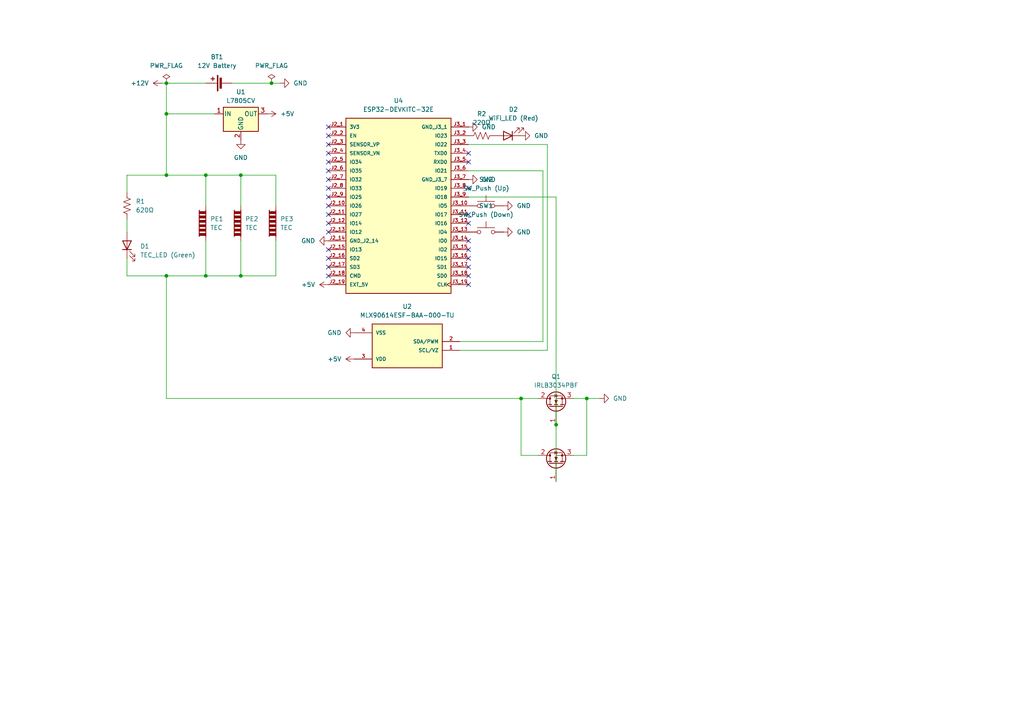
<source format=kicad_sch>
(kicad_sch (version 20250114) (generator "eeschema") (generator_version "9.0")
  (paper "A4")
  (title_block (date "01/03/2025") (rev "0"))
  (lib_symbols
    (symbol "Device:Battery_Cell" (pin_numbers (hide yes)) (pin_names (offset 0) (hide yes))
      (property "Reference" "BT" (at 2.54 2.54 0))
      (property "Value" "Battery_Cell" (at 2.54 0 0))
      (symbol "Battery_Cell_0_1"
        (rectangle (start -2.286 1.778) (end 2.286 1.524) (fill (type outline)))
        (rectangle (start -1.524 1.016) (end 1.524 0.508) (fill (type outline)))
        (polyline (pts (xy 0 1.778) (xy 0 2.54)))
        (polyline (pts (xy 0 0.762) (xy 0 0)))
        (polyline (pts (xy 0.762 3.048) (xy 1.778 3.048)) (stroke (width 0.254)))
        (polyline (pts (xy 1.27 3.556) (xy 1.27 2.54)) (stroke (width 0.254)))
      )
      (symbol "Battery_Cell_1_1"
        (pin passive line (at 0 5.08 270) (length 2.54) (name "+") (number "1"))
        (pin passive line (at 0 -2.54 90) (length 2.54) (name "-") (number "2"))
      )
    )
    (symbol "Device:LED" (pin_numbers (hide yes)) (pin_names (offset 1.016) (hide yes))
      (property "Reference" "D" (at 0 2.54 0))
      (property "Value" "LED" (at 0 -2.54 0))
      (symbol "LED_0_1"
        (polyline (pts (xy -3.048 -0.762) (xy -4.572 -2.286) (xy -3.81 -2.286) (xy -4.572 -2.286) (xy -4.572 -1.524)))
        (polyline (pts (xy -1.778 -0.762) (xy -3.302 -2.286) (xy -2.54 -2.286) (xy -3.302 -2.286) (xy -3.302 -1.524)))
        (polyline (pts (xy -1.27 0) (xy 1.27 0)))
        (polyline (pts (xy -1.27 -1.27) (xy -1.27 1.27)) (stroke (width 0.254)))
        (polyline (pts (xy 1.27 -1.27) (xy 1.27 1.27) (xy -1.27 0) (xy 1.27 -1.27)) (stroke (width 0.254)))
      )
      (symbol "LED_1_1"
        (pin passive line (at -3.81 0 0) (length 2.54) (name "K") (number "1"))
        (pin passive line (at 3.81 0 180) (length 2.54) (name "A") (number "2"))
      )
    )
    (symbol "Device:PeltierElement" (pin_numbers (hide yes)) (pin_names (offset 0))
      (property "Reference" "PE" (at 0 3.175 0))
      (property "Value" "PeltierElement" (at 0 -1.27 0))
      (symbol "PeltierElement_0_1"
        (polyline (pts (xy -3.81 1.905) (xy 3.81 1.905)) (stroke (width 0.254)))
        (polyline (pts (xy -3.81 0) (xy 3.81 0)) (stroke (width 0.254)) (fill (type outline)))
        (rectangle (start -3.556 1.905) (end -2.921 0) (fill (type outline)))
        (rectangle (start -2.286 1.905) (end -1.651 0) (fill (type outline)))
        (rectangle (start -0.381 1.905) (end -1.016 0) (fill (type outline)))
        (rectangle (start 0.889 1.905) (end 0.254 0) (fill (type outline)))
        (rectangle (start 1.524 0) (end 2.159 1.905) (fill (type outline)))
        (rectangle (start 2.794 0) (end 3.429 1.905) (fill (type outline)))
      )
      (symbol "PeltierElement_1_1"
        (pin passive line (at -5.08 0 0) (length 1.27) (name "~") (number "1"))
        (pin passive line (at 5.08 0 180) (length 1.27) (name "~") (number "2"))
      )
    )
    (symbol "Device:R_US" (pin_numbers (hide yes)) (pin_names (offset 0))
      (property "Reference" "R" (at 2.54 0 90))
      (property "Value" "R_US" (at -2.54 0 90))
      (symbol "R_US_0_1"
        (polyline (pts (xy 0 2.286) (xy 0 2.54)))
        (polyline (pts (xy 0 2.286) (xy 1.016 1.905) (xy 0 1.524) (xy -1.016 1.143) (xy 0 0.762)))
        (polyline (pts (xy 0 0.762) (xy 1.016 0.381) (xy 0 0) (xy -1.016 -0.381) (xy 0 -0.762)))
        (polyline (pts (xy 0 -0.762) (xy 1.016 -1.143) (xy 0 -1.524) (xy -1.016 -1.905) (xy 0 -2.286)))
        (polyline (pts (xy 0 -2.286) (xy 0 -2.54)))
      )
      (symbol "R_US_1_1"
        (pin passive line (at 0 3.81 270) (length 1.27) (name "~") (number "1"))
        (pin passive line (at 0 -3.81 90) (length 1.27) (name "~") (number "2"))
      )
    )
    (symbol "ESP32-DEVKITC-32E:ESP32-DEVKITC-32E" (pin_names (offset 1.016))
      (property "Reference" "U" (at -15.24 26.162 0))
      (property "Value" "ESP32-DEVKITC-32E" (at -15.24 -27.94 0))
      (symbol "ESP32-DEVKITC-32E_0_0"
        (rectangle (start -15.24 -25.4) (end 15.24 25.4) (stroke (width 0.254)) (fill (type background)))
        (pin power_in line (at -20.32 22.86 0) (length 5.08) (name "3V3") (number "J2_1"))
        (pin input line (at -20.32 20.32 0) (length 5.08) (name "EN") (number "J2_2"))
        (pin bidirectional line (at -20.32 17.78 0) (length 5.08) (name "SENSOR_VP") (number "J2_3"))
        (pin bidirectional line (at -20.32 15.24 0) (length 5.08) (name "SENSOR_VN") (number "J2_4"))
        (pin bidirectional line (at -20.32 12.7 0) (length 5.08) (name "IO34") (number "J2_5"))
        (pin bidirectional line (at -20.32 10.16 0) (length 5.08) (name "IO35") (number "J2_6"))
        (pin bidirectional line (at -20.32 7.62 0) (length 5.08) (name "IO32") (number "J2_7"))
        (pin bidirectional line (at -20.32 5.08 0) (length 5.08) (name "IO33") (number "J2_8"))
        (pin bidirectional line (at -20.32 2.54 0) (length 5.08) (name "IO25") (number "J2_9"))
        (pin bidirectional line (at -20.32 0 0) (length 5.08) (name "IO26") (number "J2_10"))
        (pin bidirectional line (at -20.32 -2.54 0) (length 5.08) (name "IO27") (number "J2_11"))
        (pin bidirectional line (at -20.32 -5.08 0) (length 5.08) (name "IO14") (number "J2_12"))
        (pin bidirectional line (at -20.32 -7.62 0) (length 5.08) (name "IO12") (number "J2_13"))
        (pin power_in line (at -20.32 -10.16 0) (length 5.08) (name "GND_J2_14") (number "J2_14"))
        (pin bidirectional line (at -20.32 -12.7 0) (length 5.08) (name "IO13") (number "J2_15"))
        (pin bidirectional line (at -20.32 -15.24 0) (length 5.08) (name "SD2") (number "J2_16"))
        (pin bidirectional line (at -20.32 -17.78 0) (length 5.08) (name "SD3") (number "J2_17"))
        (pin bidirectional line (at -20.32 -20.32 0) (length 5.08) (name "CMD") (number "J2_18"))
        (pin power_in line (at -20.32 -22.86 0) (length 5.08) (name "EXT_5V") (number "J2_19"))
        (pin power_in line (at 20.32 22.86 180) (length 5.08) (name "GND_J3_1") (number "J3_1"))
        (pin bidirectional line (at 20.32 20.32 180) (length 5.08) (name "IO23") (number "J3_2"))
        (pin bidirectional line (at 20.32 17.78 180) (length 5.08) (name "IO22") (number "J3_3"))
        (pin bidirectional line (at 20.32 15.24 180) (length 5.08) (name "TXD0") (number "J3_4"))
        (pin bidirectional line (at 20.32 12.7 180) (length 5.08) (name "RXD0") (number "J3_5"))
        (pin bidirectional line (at 20.32 10.16 180) (length 5.08) (name "IO21") (number "J3_6"))
        (pin power_in line (at 20.32 7.62 180) (length 5.08) (name "GND_J3_7") (number "J3_7"))
        (pin bidirectional line (at 20.32 5.08 180) (length 5.08) (name "IO19") (number "J3_8"))
        (pin bidirectional line (at 20.32 2.54 180) (length 5.08) (name "IO18") (number "J3_9"))
        (pin bidirectional line (at 20.32 0 180) (length 5.08) (name "IO5") (number "J3_10"))
        (pin bidirectional line (at 20.32 -2.54 180) (length 5.08) (name "IO17") (number "J3_11"))
        (pin bidirectional line (at 20.32 -5.08 180) (length 5.08) (name "IO16") (number "J3_12"))
        (pin bidirectional line (at 20.32 -7.62 180) (length 5.08) (name "IO4") (number "J3_13"))
        (pin bidirectional line (at 20.32 -10.16 180) (length 5.08) (name "IO0") (number "J3_14"))
        (pin bidirectional line (at 20.32 -12.7 180) (length 5.08) (name "IO2") (number "J3_15"))
        (pin bidirectional line (at 20.32 -15.24 180) (length 5.08) (name "IO15") (number "J3_16"))
        (pin bidirectional line (at 20.32 -17.78 180) (length 5.08) (name "SD1") (number "J3_17"))
        (pin bidirectional line (at 20.32 -20.32 180) (length 5.08) (name "SD0") (number "J3_18"))
        (pin bidirectional clock (at 20.32 -22.86 180) (length 5.08) (name "CLK") (number "J3_19"))
      )
    )
    (symbol "MLX90614ESF-BAA-000-TU:MLX90614ESF-BAA-000-TU" (pin_names (offset 1.016))
      (property "Reference" "U" (at -10.16 6.35 0))
      (property "Value" "MLX90614ESF-BAA-000-TU" (at -10.16 -10.16 0))
      (symbol "MLX90614ESF-BAA-000-TU_0_0"
        (rectangle (start -10.16 -7.62) (end 10.16 5.08) (stroke (width 0.254)) (fill (type background)))
        (pin input line (at -15.24 0 0) (length 5.08) (name "SCL/VZ") (number "1"))
        (pin bidirectional line (at -15.24 -2.54 0) (length 5.08) (name "SDA/PWM") (number "2"))
        (pin power_in line (at 15.24 2.54 180) (length 5.08) (name "VDD") (number "3"))
        (pin power_in line (at 15.24 -5.08 180) (length 5.08) (name "VSS") (number "4"))
      )
    )
    (symbol "Regulator_Linear:L7805" (pin_names (offset 0.254))
      (property "Reference" "U" (at -3.81 3.175 0))
      (property "Value" "L7805" (at 0 3.175 0))
      (symbol "L7805_0_1"
        (rectangle (start -5.08 1.905) (end 5.08 -5.08) (stroke (width 0.254)) (fill (type background)))
      )
      (symbol "L7805_1_1"
        (pin power_in line (at -7.62 0 0) (length 2.54) (name "IN") (number "1"))
        (pin power_in line (at 0 -7.62 90) (length 2.54) (name "GND") (number "2"))
        (pin power_out line (at 7.62 0 180) (length 2.54) (name "OUT") (number "3"))
      )
    )
    (symbol "Switch:SW_Push" (pin_numbers (hide yes)) (pin_names (offset 1.016) (hide yes))
      (property "Reference" "SW" (at 1.27 2.54 0))
      (property "Value" "SW_Push" (at 0 -1.524 0))
      (symbol "SW_Push_0_1"
        (circle (center -2.032 0) (radius 0.508))
        (polyline (pts (xy 0 1.27) (xy 0 3.048)))
        (circle (center 2.032 0) (radius 0.508))
        (polyline (pts (xy 2.54 1.27) (xy -2.54 1.27)))
        (pin passive line (at -5.08 0 0) (length 2.54) (name "1") (number "1"))
        (pin passive line (at 5.08 0 180) (length 2.54) (name "2") (number "2"))
      )
    )
    (symbol "Transistor_FET:IRLZ44N" (pin_names (hide yes))
      (property "Reference" "Q" (at 5.08 1.905 0))
      (property "Value" "IRLZ44N" (at 5.08 0 0))
      (symbol "IRLZ44N_0_1"
        (polyline (pts (xy 0.254 1.905) (xy 0.254 -1.905)) (stroke (width 0.254)))
        (polyline (pts (xy 0.254 0) (xy -2.54 0)))
        (polyline (pts (xy 0.762 2.286) (xy 0.762 1.27)) (stroke (width 0.254)))
        (polyline (pts (xy 0.762 0.508) (xy 0.762 -0.508)) (stroke (width 0.254)))
        (polyline (pts (xy 0.762 -1.27) (xy 0.762 -2.286)) (stroke (width 0.254)))
        (polyline (pts (xy 0.762 -1.778) (xy 3.302 -1.778) (xy 3.302 1.778) (xy 0.762 1.778)))
        (polyline (pts (xy 1.016 0) (xy 2.032 0.381) (xy 2.032 -0.381) (xy 1.016 0)) (fill (type outline)))
        (circle (center 1.651 0) (radius 2.794) (stroke (width 0.254)))
        (polyline (pts (xy 2.54 2.54) (xy 2.54 1.778)))
        (circle (center 2.54 1.778) (radius 0.254) (fill (type outline)))
        (circle (center 2.54 -1.778) (radius 0.254) (fill (type outline)))
        (polyline (pts (xy 2.54 -2.54) (xy 2.54 0) (xy 0.762 0)))
        (polyline (pts (xy 2.794 0.508) (xy 2.921 0.381) (xy 3.683 0.381) (xy 3.81 0.254)))
        (polyline (pts (xy 3.302 0.381) (xy 2.921 -0.254) (xy 3.683 -0.254) (xy 3.302 0.381)))
      )
      (symbol "IRLZ44N_1_1"
        (pin input line (at -5.08 0 0) (length 2.54) (name "G") (number "1"))
        (pin passive line (at 2.54 5.08 270) (length 2.54) (name "D") (number "2"))
        (pin passive line (at 2.54 -5.08 90) (length 2.54) (name "S") (number "3"))
      )
    )
    (symbol "power:+12V" (power) (pin_numbers (hide yes)) (pin_names (offset 0) (hide yes))
      (property "Value" "+12V" (at 0 3.556 0))
      (symbol "+12V_0_1"
        (polyline (pts (xy -0.762 1.27) (xy 0 2.54)))
        (polyline (pts (xy 0 2.54) (xy 0.762 1.27)))
        (polyline (pts (xy 0 0) (xy 0 2.54)))
      )
      (symbol "+12V_1_1"
        (pin power_in line (at 0 0 90) (length 0) (name "~") (number "1"))
      )
    )
    (symbol "power:+5V" (power) (pin_numbers (hide yes)) (pin_names (offset 0) (hide yes))
      (property "Value" "+5V" (at 0 3.556 0))
      (symbol "+5V_0_1"
        (polyline (pts (xy -0.762 1.27) (xy 0 2.54)))
        (polyline (pts (xy 0 2.54) (xy 0.762 1.27)))
        (polyline (pts (xy 0 0) (xy 0 2.54)))
      )
      (symbol "+5V_1_1"
        (pin power_in line (at 0 0 90) (length 0) (name "~") (number "1"))
      )
    )
    (symbol "power:GND" (power) (pin_numbers (hide yes)) (pin_names (offset 0) (hide yes))
      (property "Value" "GND" (at 0 -3.81 0))
      (symbol "GND_0_1"
        (polyline (pts (xy 0 0) (xy 0 -1.27) (xy 1.27 -1.27) (xy 0 -2.54) (xy -1.27 -1.27) (xy 0 -1.27)))
      )
      (symbol "GND_1_1"
        (pin power_in line (at 0 0 270) (length 0) (name "~") (number "1"))
      )
    )
    (symbol "power:PWR_FLAG" (power) (pin_numbers (hide yes)) (pin_names (offset 0) (hide yes))
      (property "Value" "PWR_FLAG" (at 0 3.81 0))
      (symbol "PWR_FLAG_0_0"
        (pin power_out line (at 0 0 90) (length 0) (name "~") (number "1"))
      )
      (symbol "PWR_FLAG_0_1"
        (polyline (pts (xy 0 0) (xy 0 1.27) (xy -1.016 1.905) (xy 0 2.54) (xy 1.016 1.905) (xy 0 1.27)))
      )
    )
  )
  (junction (at 59.69 80.01))
  (junction (at 69.85 50.8))
  (junction (at 170.18 115.57))
  (junction (at 48.26 24.13))
  (junction (at 48.26 50.8))
  (junction (at 48.26 80.01))
  (junction (at 161.29 123.19))
  (junction (at 151.13 115.57))
  (junction (at 59.69 50.8))
  (junction (at 48.26 33.02))
  (junction (at 69.85 80.01))
  (junction (at 78.74 24.13))
  (no_connect (at 135.89 64.77))
  (no_connect (at 95.25 49.53))
  (no_connect (at 135.89 62.23))
  (no_connect (at 95.25 80.01))
  (no_connect (at 135.89 82.55))
  (no_connect (at 135.89 74.93))
  (no_connect (at 95.25 57.15))
  (no_connect (at 95.25 39.37))
  (no_connect (at 95.25 72.39))
  (no_connect (at 95.25 44.45))
  (no_connect (at 95.25 46.99))
  (no_connect (at 95.25 41.91))
  (no_connect (at 95.25 74.93))
  (no_connect (at 135.89 80.01))
  (no_connect (at 95.25 52.07))
  (no_connect (at 95.25 67.31))
  (no_connect (at 135.89 54.61))
  (no_connect (at 95.25 62.23))
  (no_connect (at 135.89 69.85))
  (no_connect (at 135.89 44.45))
  (no_connect (at 135.89 77.47))
  (no_connect (at 135.89 46.99))
  (no_connect (at 135.89 72.39))
  (no_connect (at 95.25 59.69))
  (no_connect (at 95.25 36.83))
  (no_connect (at 95.25 54.61))
  (no_connect (at 95.25 77.47))
  (no_connect (at 95.25 64.77))
  (wire (pts (xy 166.37 132.08) (xy 170.18 132.08)))
  (wire (pts (xy 59.69 50.8) (xy 59.69 59.69)))
  (wire (pts (xy 170.18 115.57) (xy 173.99 115.57)))
  (wire (pts (xy 48.26 50.8) (xy 59.69 50.8)))
  (wire (pts (xy 151.13 115.57) (xy 151.13 132.08)))
  (wire (pts (xy 78.74 24.13) (xy 81.28 24.13)))
  (wire (pts (xy 161.29 57.15) (xy 161.29 123.19)))
  (wire (pts (xy 67.31 24.13) (xy 78.74 24.13)))
  (wire (pts (xy 161.29 123.19) (xy 161.29 139.7)))
  (wire (pts (xy 36.83 80.01) (xy 48.26 80.01)))
  (wire (pts (xy 151.13 132.08) (xy 156.21 132.08)))
  (wire (pts (xy 36.83 50.8) (xy 36.83 55.88)))
  (wire (pts (xy 80.01 50.8) (xy 80.01 59.69)))
  (wire (pts (xy 36.83 74.93) (xy 36.83 80.01)))
  (wire (pts (xy 48.26 80.01) (xy 48.26 115.57)))
  (wire (pts (xy 69.85 50.8) (xy 80.01 50.8)))
  (wire (pts (xy 59.69 50.8) (xy 69.85 50.8)))
  (wire (pts (xy 133.35 99.06) (xy 157.48 99.06)))
  (wire (pts (xy 48.26 24.13) (xy 59.69 24.13)))
  (wire (pts (xy 48.26 24.13) (xy 48.26 33.02)))
  (wire (pts (xy 158.75 41.91) (xy 158.75 101.6)))
  (wire (pts (xy 69.85 80.01) (xy 59.69 80.01)))
  (wire (pts (xy 36.83 50.8) (xy 48.26 50.8)))
  (wire (pts (xy 48.26 33.02) (xy 48.26 50.8)))
  (wire (pts (xy 135.89 41.91) (xy 158.75 41.91)))
  (wire (pts (xy 170.18 115.57) (xy 170.18 132.08)))
  (wire (pts (xy 48.26 80.01) (xy 59.69 80.01)))
  (wire (pts (xy 80.01 69.85) (xy 80.01 80.01)))
  (wire (pts (xy 133.35 101.6) (xy 158.75 101.6)))
  (wire (pts (xy 46.99 24.13) (xy 48.26 24.13)))
  (wire (pts (xy 161.29 57.15) (xy 135.89 57.15)))
  (wire (pts (xy 36.83 63.5) (xy 36.83 67.31)))
  (wire (pts (xy 69.85 69.85) (xy 69.85 80.01)))
  (wire (pts (xy 69.85 50.8) (xy 69.85 59.69)))
  (wire (pts (xy 135.89 49.53) (xy 157.48 49.53)))
  (wire (pts (xy 59.69 69.85) (xy 59.69 80.01)))
  (wire (pts (xy 166.37 115.57) (xy 170.18 115.57)))
  (wire (pts (xy 157.48 99.06) (xy 157.48 49.53)))
  (wire (pts (xy 151.13 115.57) (xy 156.21 115.57)))
  (wire (pts (xy 48.26 33.02) (xy 62.23 33.02)))
  (wire (pts (xy 80.01 80.01) (xy 69.85 80.01)))
  (wire (pts (xy 48.26 115.57) (xy 151.13 115.57)))
  (symbol (lib_id "Device:LED") (at 147.32 39.37 180) (unit 1)
    (property "Reference" "D2" (at 148.9075 31.75 0))
    (property "Value" "WiFi_LED (Red)" (at 148.9075 34.29 0))
    (property "Footprint" "LED_THT:LED_D5.0mm" (effects (hide yes)))
    (property "Description" "Light emitting diode" (effects (hide yes)))
    (property "Sim.Pins" "1=K 2=A" (effects (hide yes)))
  )
  (symbol (lib_id "Device:LED") (at 36.83 71.12 90) (unit 1)
    (property "Reference" "D1" (at 40.64 71.4374 90) (effects (justify right)))
    (property "Value" "TEC_LED (Green)" (at 40.64 73.9774 90) (effects (justify right)))
    (property "Footprint" "LED_THT:LED_D5.0mm" (effects (hide yes)))
    (property "Description" "Light emitting diode" (effects (hide yes)))
    (property "Sim.Pins" "1=K 2=A" (effects (hide yes)))
  )
  (symbol (lib_id "Regulator_Linear:L7805") (at 69.85 33.02 0) (unit 1)
    (property "Reference" "U1" (at 69.85 26.67 0))
    (property "Value" "L7805CV" (at 69.85 29.21 0))
    (property "Footprint" "Package_TO_SOT_THT:TO-220-3_Vertical" (effects (hide yes)))
    (property "Datasheet" "http://www.st.com/content/ccc/resource/technical/document/datasheet/41/4f/b3/b0/12/d4/47/88/CD00000444.pdf/files/CD00000444.pdf/jcr:content/translations/en.CD00000444.pdf" (effects (hide yes)))
    (property "Description" "Positive 1.5A 35V Linear Regulator, Fixed Output 5V, TO-220/TO-263/TO-252" (effects (hide yes)))
  )
  (symbol (lib_id "power:GND") (at 135.89 36.83 90) (unit 1)
    (property "Reference" "#PWR010" (effects (hide yes)))
    (property "Value" "GND" (at 139.7 36.8299 90) (effects (justify right)))
    (property "Description" "Power symbol creates a global label with name \"GND\" , ground" (effects (hide yes)))
  )
  (symbol (lib_id "Switch:SW_Push") (at 140.97 67.31 0) (unit 1)
    (property "Reference" "SW1" (at 140.97 59.69 0))
    (property "Value" "SW_Push (Down)" (at 140.97 62.23 0))
    (property "Footprint" "Button_Switch_THT:SW_PUSH_6mm_H4.3mm" (effects (hide yes)))
    (property "Description" "Push button switch, generic, two pins" (effects (hide yes)))
  )
  (symbol (lib_id "power:PWR_FLAG") (at 78.74 24.13 0) (unit 1)
    (property "Reference" "#FLG02" (effects (hide yes)))
    (property "Value" "PWR_FLAG" (at 78.74 19.05 0))
    (property "Description" "Special symbol for telling ERC where power comes from" (effects (hide yes)))
  )
  (symbol (lib_id "power:PWR_FLAG") (at 48.26 24.13 0) (unit 1)
    (property "Reference" "#FLG01" (effects (hide yes)))
    (property "Value" "PWR_FLAG" (at 48.26 19.05 0))
    (property "Description" "Special symbol for telling ERC where power comes from" (effects (hide yes)))
  )
  (symbol (lib_id "Device:PeltierElement") (at 59.69 64.77 90) (unit 1)
    (property "Reference" "PE1" (at 60.96 63.4999 90) (effects (justify right)))
    (property "Value" "TEC" (at 60.96 66.0399 90) (effects (justify right)))
    (property "Footprint" "Connector_Wire:SolderWire-0.75sqmm_1x02_P7mm_D1.25mm_OD3.5mm" (effects (hide yes)))
    (property "Description" "Peltier element, thermoelectric cooler" (effects (hide yes)))
  )
  (symbol (lib_id "power:GND") (at 69.85 40.64 0) (unit 1)
    (property "Reference" "#PWR011" (effects (hide yes)))
    (property "Value" "GND" (at 69.85 45.72 0))
    (property "Description" "Power symbol creates a global label with name \"GND\" , ground" (effects (hide yes)))
  )
  (symbol (lib_id "Device:R_US") (at 36.83 59.69 0) (unit 1)
    (property "Reference" "R1" (at 39.37 58.4199 0) (effects (justify left)))
    (property "Value" "620Ω" (at 39.37 60.9599 0) (effects (justify left)))
    (property "Footprint" "Resistor_THT:R_Axial_DIN0309_L9.0mm_D3.2mm_P12.70mm_Horizontal" (effects (hide yes)))
    (property "Description" "Resistor, US symbol" (effects (hide yes)))
  )
  (symbol (lib_id "power:GND") (at 102.87 96.52 270) (unit 1)
    (property "Reference" "#PWR05" (effects (hide yes)))
    (property "Value" "GND" (at 99.06 96.5199 90) (effects (justify right)))
    (property "Description" "Power symbol creates a global label with name \"GND\" , ground" (effects (hide yes)))
  )
  (symbol (lib_id "power:GND") (at 146.05 67.31 90) (unit 1)
    (property "Reference" "#PWR08" (effects (hide yes)))
    (property "Value" "GND" (at 149.86 67.3099 90) (effects (justify right)))
    (property "Description" "Power symbol creates a global label with name \"GND\" , ground" (effects (hide yes)))
  )
  (symbol (lib_id "power:+12V") (at 46.99 24.13 90) (unit 1)
    (property "Reference" "#PWR02" (effects (hide yes)))
    (property "Value" "+12V" (at 43.18 24.1299 90) (effects (justify left)))
    (property "Description" "Power symbol creates a global label with name \"+12V\"" (effects (hide yes)))
  )
  (symbol (lib_id "Switch:SW_Push") (at 140.97 59.69 0) (unit 1)
    (property "Reference" "SW2" (at 140.97 52.07 0))
    (property "Value" "SW_Push (Up)" (at 140.97 54.61 0))
    (property "Footprint" "Button_Switch_THT:SW_PUSH_6mm_H4.3mm" (effects (hide yes)))
    (property "Description" "Push button switch, generic, two pins" (effects (hide yes)))
  )
  (symbol (lib_id "power:GND") (at 135.89 52.07 90) (unit 1)
    (property "Reference" "#PWR09" (effects (hide yes)))
    (property "Value" "GND" (at 139.7 52.0699 90) (effects (justify right)))
    (property "Description" "Power symbol creates a global label with name \"GND\" , ground" (effects (hide yes)))
  )
  (symbol (lib_id "Device:PeltierElement") (at 69.85 64.77 90) (unit 1)
    (property "Reference" "PE2" (at 71.12 63.4999 90) (effects (justify right)))
    (property "Value" "TEC" (at 71.12 66.0399 90) (effects (justify right)))
    (property "Footprint" "Connector_Wire:SolderWire-0.75sqmm_1x02_P7mm_D1.25mm_OD3.5mm" (effects (hide yes)))
    (property "Description" "Peltier element, thermoelectric cooler" (effects (hide yes)))
  )
  (symbol (lib_id "Transistor_FET:IRLZ44N") (at 161.29 134.62 90) (unit 1)
    (property "Reference" "Q2" (effects (hide yes)))
    (property "Value" "IRLB3034PBF" (effects (hide yes)))
    (property "Footprint" "IRLB3034PBF:TO254P1041X444X1930-3" (effects (hide yes)))
    (property "Datasheet" "http://www.irf.com/product-info/datasheets/data/irlz44n.pdf" (effects (hide yes)))
    (property "Description" "47A Id, 55V Vds, 22mOhm Rds Single N-Channel HEXFET Power MOSFET, TO-220AB" (effects (hide yes)))
  )
  (symbol (lib_id "power:+5V") (at 77.47 33.02 270) (unit 1)
    (property "Reference" "#PWR013" (effects (hide yes)))
    (property "Value" "+5V" (at 81.28 33.0199 90) (effects (justify left)))
    (property "Description" "Power symbol creates a global label with name \"+5V\"" (effects (hide yes)))
  )
  (symbol (lib_id "Transistor_FET:IRLZ44N") (at 161.29 118.11 90) (unit 1)
    (property "Reference" "Q1" (at 161.29 109.22 90))
    (property "Value" "IRLB3034PBF" (at 161.29 111.76 90))
    (property "Footprint" "IRLB3034PBF:TO254P1041X444X1930-3" (effects (hide yes)))
    (property "Datasheet" "http://www.irf.com/product-info/datasheets/data/irlz44n.pdf" (effects (hide yes)))
    (property "Description" "47A Id, 55V Vds, 22mOhm Rds Single N-Channel HEXFET Power MOSFET, TO-220AB" (effects (hide yes)))
  )
  (symbol (lib_id "Device:R_US") (at 139.7 39.37 270) (unit 1)
    (property "Reference" "R2" (at 139.7 33.02 90))
    (property "Value" "220Ω" (at 139.7 35.56 90))
    (property "Footprint" "Resistor_THT:R_Axial_DIN0309_L9.0mm_D3.2mm_P12.70mm_Horizontal" (effects (hide yes)))
    (property "Description" "Resistor, US symbol" (effects (hide yes)))
  )
  (symbol (lib_id "Device:PeltierElement") (at 80.01 64.77 90) (unit 1)
    (property "Reference" "PE3" (at 81.28 63.4999 90) (effects (justify right)))
    (property "Value" "TEC" (at 81.28 66.0399 90) (effects (justify right)))
    (property "Footprint" "Connector_Wire:SolderWire-0.75sqmm_1x02_P7mm_D1.25mm_OD3.5mm" (effects (hide yes)))
    (property "Description" "Peltier element, thermoelectric cooler" (effects (hide yes)))
  )
  (symbol (lib_id "power:+5V") (at 102.87 104.14 90) (unit 1)
    (property "Reference" "#PWR014" (effects (hide yes)))
    (property "Value" "+5V" (at 99.06 104.1399 90) (effects (justify left)))
    (property "Description" "Power symbol creates a global label with name \"+5V\"" (effects (hide yes)))
  )
  (symbol (lib_id "power:GND") (at 151.13 39.37 90) (unit 1)
    (property "Reference" "#PWR03" (effects (hide yes)))
    (property "Value" "GND" (at 154.94 39.3699 90) (effects (justify right)))
    (property "Description" "Power symbol creates a global label with name \"GND\" , ground" (effects (hide yes)))
  )
  (symbol (lib_id "Device:Battery_Cell") (at 64.77 24.13 90) (unit 1)
    (property "Reference" "BT1" (at 62.9285 16.51 90))
    (property "Value" "12V Battery" (at 62.9285 19.05 90))
    (property "Footprint" "Connector_Wire:SolderWire-0.5sqmm_1x02_P4.8mm_D0.9mm_OD2.3mm" (effects (hide yes)))
    (property "Description" "Single-cell battery" (effects (hide yes)))
  )
  (symbol (lib_id "power:+5V") (at 95.25 82.55 90) (unit 1)
    (property "Reference" "#PWR012" (effects (hide yes)))
    (property "Value" "+5V" (at 91.44 82.5499 90) (effects (justify left)))
    (property "Description" "Power symbol creates a global label with name \"+5V\"" (effects (hide yes)))
  )
  (symbol (lib_id "power:GND") (at 95.25 69.85 270) (unit 1)
    (property "Reference" "#PWR06" (effects (hide yes)))
    (property "Value" "GND" (at 91.44 69.8499 90) (effects (justify right)))
    (property "Description" "Power symbol creates a global label with name \"GND\" , ground" (effects (hide yes)))
  )
  (symbol (lib_id "MLX90614ESF-BAA-000-TU:MLX90614ESF-BAA-000-TU") (at 118.11 101.6 180) (unit 1)
    (property "Reference" "U2" (at 118.11 88.9 0))
    (property "Value" "MLX90614ESF-BAA-000-TU" (at 118.11 91.44 0))
    (property "Footprint" "MLX90614ESF-BAA-000-TU:TO254P942H425-4" (effects (hide yes)))
    (property "MF" "Melexis" (effects (hide yes)))
    (property "MAXIMUM_PACKAGE_HEIGHT" "4.25 mm" (effects (hide yes)))
    (property "Package" "TO-39-4 Melexis" (effects (hide yes)))
    (property "Price" "None" (effects (hide yes)))
    (property "Check_prices" "https://www.snapeda.com/parts/MLX90614ESF-BAA-000-TU/Melexis/view-part/?ref=eda" (effects (hide yes)))
    (property "STANDARD" "IPC 7351B" (effects (hide yes)))
    (property "PARTREV" "13" (effects (hide yes)))
    (property "SnapEDA_Link" "https://www.snapeda.com/parts/MLX90614ESF-BAA-000-TU/Melexis/view-part/?ref=snap" (effects (hide yes)))
    (property "MP" "MLX90614ESF-BAA-000-TU" (effects (hide yes)))
    (property "Description_1" "single pixel, 3V, standard acc., 90deg FOV" (effects (hide yes)))
    (property "Availability" "In Stock" (effects (hide yes)))
    (property "MANUFACTURER" "Melexis" (effects (hide yes)))
  )
  (symbol (lib_id "ESP32-DEVKITC-32E:ESP32-DEVKITC-32E") (at 115.57 59.69 0) (unit 1)
    (property "Reference" "U4" (at 115.57 29.21 0))
    (property "Value" "ESP32-DEVKITC-32E" (at 115.57 31.75 0))
    (property "Footprint" "footprints:MODULE_ESP32-DEVKITC-32E" (effects (hide yes)))
    (property "MF" "Espressif Systems" (effects (hide yes)))
    (property "Description_1" "The ESP32-DEVKITC-32E transceiver evaluation board from Espressif Systems is a powerful development tool for wireless communication technologies. It supports 802.11 b/g/n Wi-Fi and Bluetooth® Smart Ready 4.x (BLE) dual-mode at 2.4GHz, making it ideal for a variety of IoT applications. Equipped with a PCB antenna and 4MB flash, this board provides reliable connectivity and ample memory for developing and testing RF, RFID, and wireless solutions." (effects (hide yes)))
    (property "Package" "None" (effects (hide yes)))
    (property "Price" "None" (effects (hide yes)))
    (property "Check_prices" "https://www.snapeda.com/parts/ESP32-DEVKITC-32E/Espressif+Systems/view-part/?ref=eda" (effects (hide yes)))
    (property "STANDARD" "Manufacturer Recommendations" (effects (hide yes)))
    (property "PARTREV" "1.4" (effects (hide yes)))
    (property "SnapEDA_Link" "https://www.snapeda.com/parts/ESP32-DEVKITC-32E/Espressif+Systems/view-part/?ref=snap" (effects (hide yes)))
    (property "MP" "ESP32-DEVKITC-32E" (effects (hide yes)))
    (property "Availability" "In Stock" (effects (hide yes)))
    (property "MANUFACTURER" "Espressif Systems" (effects (hide yes)))
  )
  (symbol (lib_id "power:GND") (at 146.05 59.69 90) (unit 1)
    (property "Reference" "#PWR07" (effects (hide yes)))
    (property "Value" "GND" (at 149.86 59.6899 90) (effects (justify right)))
    (property "Description" "Power symbol creates a global label with name \"GND\" , ground" (effects (hide yes)))
  )
  (symbol (lib_id "power:GND") (at 173.99 115.57 90) (unit 1)
    (property "Reference" "#PWR04" (effects (hide yes)))
    (property "Value" "GND" (at 177.8 115.5699 90) (effects (justify right)))
    (property "Description" "Power symbol creates a global label with name \"GND\" , ground" (effects (hide yes)))
  )
  (symbol (lib_id "power:GND") (at 81.28 24.13 90) (unit 1)
    (property "Reference" "#PWR01" (effects (hide yes)))
    (property "Value" "GND" (at 85.09 24.1299 90) (effects (justify right)))
    (property "Description" "Power symbol creates a global label with name \"GND\" , ground" (effects (hide yes)))
  )
)
</source>
